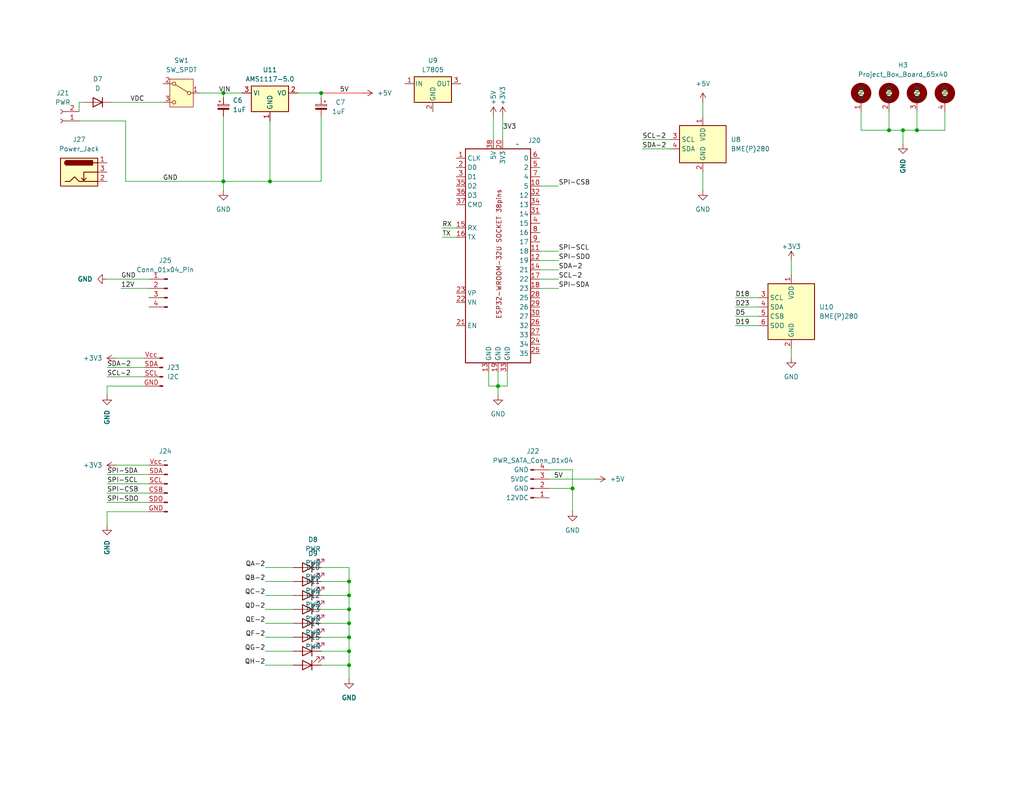
<source format=kicad_sch>
(kicad_sch (version 20231120) (generator "eeschema") (generator_version "8.0")
  (paper "USLetter")
  (title_block (title "ESP32 Sensor Node") (date "2024-07-03") (rev "v2.0") (comment 1 "ESP32-WROOM-32U DevKit"))
  (lib_symbols
    (symbol "+3V3_2" (power) (pin_numbers hide) (pin_names (offset 0) hide)
      (property "Value" "+3V3" (at 0 3.556 0))
      (symbol "+3V3_2_0_1"
        (polyline (pts (xy -0.762 1.27) (xy 0 2.54)))
        (polyline (pts (xy 0 0) (xy 0 2.54)))
        (polyline (pts (xy 0 2.54) (xy 0.762 1.27)))
      )
      (symbol "+3V3_2_1_1"
        (pin power_in line (at 0 0 90) (length 0) (name "~") (number "1"))
      )
    )
    (symbol "+5V_2" (power) (pin_numbers hide) (pin_names (offset 0) hide)
      (property "Value" "+5V" (at 0 3.556 0))
      (symbol "+5V_2_0_1"
        (polyline (pts (xy -0.762 1.27) (xy 0 2.54)))
        (polyline (pts (xy 0 0) (xy 0 2.54)))
        (polyline (pts (xy 0 2.54) (xy 0.762 1.27)))
      )
      (symbol "+5V_2_1_1"
        (pin power_in line (at 0 0 90) (length 0) (name "~") (number "1"))
      )
    )
    (symbol "Alexander Symbol Library:BME(P)280"
      (property "Reference" "U" (at -7.62 10.16 0))
      (property "Value" "BME(P)280" (at 5.08 10.16 0))
      (symbol "BME(P)280_0_1"
        (rectangle (start -7.62 7.62) (end 5.08 -2.54) (stroke (width 0.254)) (fill (type background)))
      )
      (symbol "BME(P)280_1_1"
        (pin power_in line (at -1.27 10.16 270) (length 2.54) (name "VDD") (number "1"))
        (pin power_out line (at -1.27 -5.08 90) (length 2.54) (name "GND") (number "2"))
        (pin input line (at -10.16 3.81 0) (length 2.54) (name "SCL") (number "3"))
        (pin bidirectional line (at -10.16 1.27 0) (length 2.54) (name "SDA") (number "4"))
      )
    )
    (symbol "Alexander Symbol Library:ESP32-WROOM-32U-38pins"
      (property "Reference" "J20" (at 13.6241 62.23 0))
      (property "Value" "~" (at 13.6241 59.69 0))
      (symbol "ESP32-WROOM-32U-38pins_0_1"
        (rectangle (start 0 58.42) (end 17.78 0) (stroke (width 0.254)))
      )
      (symbol "ESP32-WROOM-32U-38pins_1_1"
        (text "ESP32-WROOM-32U SOCKET 38pins" (at 9.144 29.718 900) (effects (font (size 1.27 1.27))))
        (pin input line (at -2.54 55.88 0) (length 2.54) (name "CLK") (number "1"))
        (pin bidirectional line (at 20.32 48.26 180) (length 2.54) (name "5") (number "10"))
        (pin bidirectional line (at 20.32 30.48 180) (length 2.54) (name "18") (number "11"))
        (pin bidirectional line (at 20.32 27.94 180) (length 2.54) (name "19") (number "12"))
        (pin power_out line (at 6.35 -2.54 90) (length 2.54) (name "GND") (number "13"))
        (pin bidirectional line (at 20.32 25.4 180) (length 2.54) (name "21") (number "14"))
        (pin bidirectional line (at -2.54 36.83 0) (length 2.54) (name "RX") (number "15"))
        (pin bidirectional line (at -2.54 34.29 0) (length 2.54) (name "TX") (number "16"))
        (pin bidirectional line (at 20.32 22.86 180) (length 2.54) (name "22") (number "17"))
        (pin bidirectional line (at 20.32 20.32 180) (length 2.54) (name "23") (number "18"))
        (pin power_out line (at 8.89 -2.54 90) (length 2.54) (name "GND") (number "19"))
        (pin bidirectional line (at -2.54 53.34 0) (length 2.54) (name "D0") (number "2"))
        (pin power_in line (at 10.16 60.96 270) (length 2.54) (name "3V3") (number "20"))
        (pin bidirectional line (at -2.54 10.16 0) (length 2.54) (name "EN") (number "21"))
        (pin bidirectional line (at -2.54 16.51 0) (length 2.54) (name "VN") (number "22"))
        (pin bidirectional line (at -2.54 19.05 0) (length 2.54) (name "VP") (number "23"))
        (pin bidirectional line (at 20.32 5.08 180) (length 2.54) (name "34") (number "24"))
        (pin bidirectional line (at 20.32 2.54 180) (length 2.54) (name "35") (number "25"))
        (pin bidirectional line (at 20.32 10.16 180) (length 2.54) (name "32") (number "26"))
        (pin bidirectional line (at 20.32 7.62 180) (length 2.54) (name "33") (number "27"))
        (pin bidirectional line (at 20.32 17.78 180) (length 2.54) (name "25") (number "28"))
        (pin bidirectional line (at 20.32 15.24 180) (length 2.54) (name "26") (number "29"))
        (pin bidirectional line (at -2.54 50.8 0) (length 2.54) (name "D1") (number "3"))
        (pin bidirectional line (at 20.32 12.7 180) (length 2.54) (name "27") (number "30"))
        (pin bidirectional line (at 20.32 40.64 180) (length 2.54) (name "14") (number "31"))
        (pin bidirectional line (at 20.32 45.72 180) (length 2.54) (name "12") (number "32"))
        (pin power_out line (at 11.43 -2.54 90) (length 2.54) (name "GND") (number "33"))
        (pin bidirectional line (at 20.32 43.18 180) (length 2.54) (name "13") (number "34"))
        (pin bidirectional line (at -2.54 48.26 0) (length 2.54) (name "D2") (number "35"))
        (pin bidirectional line (at -2.54 45.72 0) (length 2.54) (name "D3") (number "36"))
        (pin bidirectional line (at -2.54 43.18 0) (length 2.54) (name "CMD") (number "37"))
        (pin power_in line (at 7.62 60.96 270) (length 2.54) (name "5V") (number "38"))
        (pin bidirectional line (at 20.32 38.1 180) (length 2.54) (name "15") (number "4"))
        (pin bidirectional line (at 20.32 53.34 180) (length 2.54) (name "2") (number "5"))
        (pin bidirectional line (at 20.32 55.88 180) (length 2.54) (name "0") (number "6"))
        (pin bidirectional line (at 20.32 50.8 180) (length 2.54) (name "4") (number "7"))
        (pin bidirectional line (at 20.32 35.56 180) (length 2.54) (name "16") (number "8"))
        (pin bidirectional line (at 20.32 33.02 180) (length 2.54) (name "17") (number "9"))
      )
    )
    (symbol "Alexander_Library_Symbols:BME(P)280"
      (property "Reference" "U" (at -7.62 10.16 0))
      (property "Value" "BME(P)280" (at 5.08 10.16 0))
      (symbol "BME(P)280_0_1"
        (rectangle (start -7.62 7.62) (end 5.08 -7.62) (stroke (width 0.254)) (fill (type background)))
      )
      (symbol "BME(P)280_1_1"
        (pin power_in line (at -1.27 10.16 270) (length 2.54) (name "VDD") (number "1"))
        (pin power_out line (at -1.27 -10.16 90) (length 2.54) (name "GND") (number "2"))
        (pin input line (at -10.16 3.81 0) (length 2.54) (name "SCL") (number "3"))
        (pin bidirectional line (at -10.16 1.27 0) (length 2.54) (name "SDA") (number "4"))
        (pin input line (at -10.16 -1.27 0) (length 2.54) (name "CSB") (number "5"))
        (pin input line (at -10.16 -3.81 0) (length 2.54) (name "SDO") (number "6"))
      )
    )
    (symbol "Alexander_Library_Symbols:Conn_I2C_01x04" (pin_names (offset 1.016) hide)
      (property "Reference" "J" (at 0 5.08 0))
      (property "Value" "I2C" (at 0 -7.62 0))
      (symbol "Conn_I2C_01x04_1_1"
        (polyline (pts (xy 1.27 -5.08) (xy 0.8636 -5.08)) (stroke (width 0.1524)))
        (polyline (pts (xy 1.27 -2.54) (xy 0.8636 -2.54)) (stroke (width 0.1524)))
        (polyline (pts (xy 1.27 0) (xy 0.8636 0)) (stroke (width 0.1524)))
        (polyline (pts (xy 1.27 2.54) (xy 0.8636 2.54)) (stroke (width 0.1524)))
        (rectangle (start 0.8636 -4.953) (end 0 -5.207) (stroke (width 0.1524)) (fill (type outline)))
        (rectangle (start 0.8636 -2.413) (end 0 -2.667) (stroke (width 0.1524)) (fill (type outline)))
        (rectangle (start 0.8636 0.127) (end 0 -0.127) (stroke (width 0.1524)) (fill (type outline)))
        (rectangle (start 0.8636 2.667) (end 0 2.413) (stroke (width 0.1524)) (fill (type outline)))
        (pin power_out line (at 5.08 -5.08 180) (length 3.81) (name "GND") (number "GND"))
        (pin bidirectional line (at 5.08 -2.54 180) (length 3.81) (name "SCL") (number "SCL"))
        (pin bidirectional line (at 5.08 0 180) (length 3.81) (name "SDA") (number "SDA"))
        (pin power_in line (at 5.08 2.54 180) (length 3.81) (name "VCC") (number "Vcc"))
      )
    )
    (symbol "Alexander_Library_Symbols:PWR_SATA_Conn_01x04" (pin_names (offset 1.778)) (exclude_from_sim yes)
      (property "Reference" "J" (at 0 -7.62 0))
      (property "Value" "PWR_SATA_Conn_01x04" (at 0 5.08 0))
      (symbol "PWR_SATA_Conn_01x04_1_1"
        (rectangle (start 0 -4.953) (end 0.8636 -5.207) (stroke (width 0.1524)) (fill (type outline)))
        (rectangle (start 0 -2.413) (end 0.8636 -2.667) (stroke (width 0.1524)) (fill (type outline)))
        (polyline (pts (xy 1.27 -5.08) (xy 0.8636 -5.08)) (stroke (width 0.1524)))
        (polyline (pts (xy 1.27 -2.54) (xy 0.8636 -2.54)) (stroke (width 0.1524)))
        (polyline (pts (xy 1.27 0) (xy 0.8636 0)) (stroke (width 0.1524)))
        (polyline (pts (xy 1.27 2.54) (xy 0.8636 2.54)) (stroke (width 0.1524)))
        (rectangle (start 0 0.127) (end 0.8636 -0.127) (stroke (width 0.1524)) (fill (type outline)))
        (rectangle (start 0 2.667) (end 0.8636 2.413) (stroke (width 0.1524)) (fill (type outline)))
        (pin passive line (at 5.08 -5.08 180) (length 3.81) (name "12VDC") (number "1"))
        (pin passive line (at 5.08 -2.54 180) (length 3.81) (name "GND") (number "2"))
        (pin passive line (at 5.08 0 180) (length 3.81) (name "5VDC") (number "3"))
        (pin passive line (at 5.08 2.54 180) (length 3.81) (name "GND") (number "4"))
      )
    )
    (symbol "Alexander_Library_Symbols:Project_Box_Board_65x40"
      (property "Reference" "H" (at 0 7.62 0))
      (property "Value" "Project_Box_Board_65x40" (at 0 5.08 0))
      (symbol "Project_Box_Board_65x40_0_1"
        (circle (center -11.43 -1.27) (radius 1.27) (fill (type background)))
        (circle (center -11.43 -1.27) (radius 1.7961) (stroke (width 2)))
        (circle (center -3.81 -1.27) (radius 1.27) (fill (type background)))
        (circle (center -3.81 -1.27) (radius 1.7961) (stroke (width 2)))
        (circle (center 3.81 -1.27) (radius 1.27) (fill (type background)))
        (circle (center 3.81 -1.27) (radius 1.7961) (stroke (width 2)))
        (circle (center 11.43 -1.27) (radius 1.27) (fill (type background)))
        (circle (center 11.43 -1.27) (radius 1.7961) (stroke (width 2)))
      )
      (symbol "Project_Box_Board_65x40_1_1"
        (pin passive line (at -11.43 -6.35 90) (length 2.54) (name "GND") (number "1"))
        (pin passive line (at -3.81 -6.35 90) (length 2.54) (name "GND") (number "2"))
        (pin passive line (at 3.81 -6.35 90) (length 2.54) (name "GND") (number "3"))
        (pin passive line (at 11.43 -6.35 90) (length 2.54) (name "GND") (number "4"))
      )
    )
    (symbol "Alexander_Library_Symbols:SW_SPDT" (pin_names (offset 0) hide)
      (property "Reference" "SW" (at 0 5.08 0))
      (property "Value" "SW_SPDT" (at 0 -5.08 0))
      (symbol "SW_SPDT_0_1"
        (circle (center -2.032 0) (radius 0.4572))
        (polyline (pts (xy -1.651 0.254) (xy 1.651 2.286)))
        (circle (center 2.032 -2.54) (radius 0.4572))
        (circle (center 2.032 2.54) (radius 0.4572))
      )
      (symbol "SW_SPDT_1_1"
        (rectangle (start -3.175 3.81) (end 3.175 -3.81) (fill (type background)))
        (pin passive line (at -5.08 0 0) (length 2.54) (name "COM") (number "1"))
        (pin passive line (at 5.08 2.54 180) (length 2.54) (name "A") (number "2"))
        (pin passive line (at 5.08 -2.54 180) (length 2.54) (name "B") (number "3"))
      )
    )
    (symbol "Conn_01x04_Pin_1" (pin_names (offset 1.016) hide)
      (property "Reference" "J" (at 0 5.08 0))
      (property "Value" "Conn_01x04_Pin" (at 0 -7.62 0))
      (symbol "Conn_01x04_Pin_1_1_1"
        (polyline (pts (xy 1.27 -5.08) (xy 0.8636 -5.08)) (stroke (width 0.1524)))
        (polyline (pts (xy 1.27 -2.54) (xy 0.8636 -2.54)) (stroke (width 0.1524)))
        (polyline (pts (xy 1.27 0) (xy 0.8636 0)) (stroke (width 0.1524)))
        (polyline (pts (xy 1.27 2.54) (xy 0.8636 2.54)) (stroke (width 0.1524)))
        (rectangle (start 0.8636 -4.953) (end 0 -5.207) (stroke (width 0.1524)) (fill (type outline)))
        (rectangle (start 0.8636 -2.413) (end 0 -2.667) (stroke (width 0.1524)) (fill (type outline)))
        (rectangle (start 0.8636 0.127) (end 0 -0.127) (stroke (width 0.1524)) (fill (type outline)))
        (rectangle (start 0.8636 2.667) (end 0 2.413) (stroke (width 0.1524)) (fill (type outline)))
        (pin passive line (at 5.08 2.54 180) (length 3.81) (name "Pin_1") (number "1"))
        (pin passive line (at 5.08 0 180) (length 3.81) (name "Pin_2") (number "2"))
        (pin passive line (at 5.08 -2.54 180) (length 3.81) (name "Pin_3") (number "3"))
        (pin passive line (at 5.08 -5.08 180) (length 3.81) (name "Pin_4") (number "4"))
      )
    )
    (symbol "Conn_SPI_1" (pin_names hide)
      (property "Reference" "J" (at 0 0 0))
      (symbol "Conn_SPI_1_1_1"
        (polyline (pts (xy 1.27 5.08) (xy 0.8636 5.08)) (stroke (width 0.1524)))
        (polyline (pts (xy 1.27 7.62) (xy 0.8636 7.62)) (stroke (width 0.1524)))
        (polyline (pts (xy 1.27 10.16) (xy 0.8636 10.16)) (stroke (width 0.1524)))
        (polyline (pts (xy 1.27 12.7) (xy 0.8636 12.7)) (stroke (width 0.1524)))
        (polyline (pts (xy 1.27 15.24) (xy 0.8636 15.24)) (stroke (width 0.1524)))
        (polyline (pts (xy 1.27 17.78) (xy 0.8636 17.78)) (stroke (width 0.1524)))
        (rectangle (start 0 10.287) (end 0.8636 10.033) (stroke (width 0.1524)) (fill (type outline)))
        (rectangle (start 0 12.827) (end 0.8636 12.573) (stroke (width 0.1524)) (fill (type outline)))
        (rectangle (start 0.8636 5.207) (end 0 4.953) (stroke (width 0.1524)) (fill (type outline)))
        (rectangle (start 0.8636 7.747) (end 0 7.493) (stroke (width 0.1524)) (fill (type outline)))
        (rectangle (start 0.8636 15.367) (end 0 15.113) (stroke (width 0.1524)) (fill (type outline)))
        (rectangle (start 0.8636 17.907) (end 0 17.653) (stroke (width 0.1524)) (fill (type outline)))
        (pin bidirectional line (at 5.08 10.16 180) (length 3.81) (name "CSB") (number "CSB"))
        (pin power_out line (at 5.08 5.08 180) (length 3.81) (name "GND") (number "GND"))
        (pin bidirectional line (at 5.08 12.7 180) (length 3.81) (name "SCL") (number "SCL"))
        (pin bidirectional line (at 5.08 15.24 180) (length 3.81) (name "SDA") (number "SDA"))
        (pin bidirectional line (at 5.08 7.62 180) (length 3.81) (name "SDO") (number "SDO"))
        (pin power_in line (at 5.08 17.78 180) (length 3.81) (name "VCC") (number "Vcc"))
      )
    )
    (symbol "Connector:Barrel_Jack_Switch" (pin_names hide)
      (property "Reference" "J" (at 0 5.334 0))
      (property "Value" "Barrel_Jack_Switch" (at 0 -5.08 0))
      (symbol "Barrel_Jack_Switch_0_1"
        (rectangle (start -5.08 3.81) (end 5.08 -3.81) (stroke (width 0.254)) (fill (type background)))
        (arc (start -3.302 3.175) (mid -3.9343 2.54) (end -3.302 1.905) (stroke (width 0.254)))
        (arc (start -3.302 3.175) (mid -3.9343 2.54) (end -3.302 1.905) (stroke (width 0.254)) (fill (type outline)))
        (polyline (pts (xy 1.27 -2.286) (xy 1.905 -1.651)) (stroke (width 0.254)))
        (polyline (pts (xy 5.08 2.54) (xy 3.81 2.54)) (stroke (width 0.254)))
        (polyline (pts (xy 5.08 0) (xy 1.27 0) (xy 1.27 -2.286) (xy 0.635 -1.651)) (stroke (width 0.254)))
        (polyline (pts (xy -3.81 -2.54) (xy -2.54 -2.54) (xy -1.27 -1.27) (xy 0 -2.54) (xy 2.54 -2.54) (xy 5.08 -2.54)) (stroke (width 0.254)))
        (rectangle (start 3.683 3.175) (end -3.302 1.905) (stroke (width 0.254)) (fill (type outline)))
      )
      (symbol "Barrel_Jack_Switch_1_1"
        (pin passive line (at 7.62 2.54 180) (length 2.54) (name "~") (number "1"))
        (pin passive line (at 7.62 -2.54 180) (length 2.54) (name "~") (number "2"))
        (pin passive line (at 7.62 0 180) (length 2.54) (name "~") (number "3"))
      )
    )
    (symbol "Connector:Conn_01x02_Socket" (pin_names (offset 1.016) hide)
      (property "Reference" "J" (at 0 2.54 0))
      (property "Value" "Conn_01x02_Socket" (at 0 -5.08 0))
      (symbol "Conn_01x02_Socket_1_1"
        (arc (start 0 -2.032) (mid -0.5058 -2.54) (end 0 -3.048) (stroke (width 0.1524)))
        (polyline (pts (xy -1.27 -2.54) (xy -0.508 -2.54)) (stroke (width 0.1524)))
        (polyline (pts (xy -1.27 0) (xy -0.508 0)) (stroke (width 0.1524)))
        (arc (start 0 0.508) (mid -0.5058 0) (end 0 -0.508) (stroke (width 0.1524)))
        (pin passive line (at -5.08 0 0) (length 3.81) (name "Pin_1") (number "1"))
        (pin passive line (at -5.08 -2.54 0) (length 3.81) (name "Pin_2") (number "2"))
      )
    )
    (symbol "Device:C_Polarized_Small" (pin_numbers hide) (pin_names (offset 0.254) hide)
      (property "Reference" "C" (at 0.254 1.778 0))
      (property "Value" "C_Polarized_Small" (at 0.254 -2.032 0))
      (symbol "C_Polarized_Small_0_1"
        (rectangle (start -1.524 -0.3048) (end 1.524 -0.6858) (fill (type outline)))
        (rectangle (start -1.524 0.6858) (end 1.524 0.3048))
        (polyline (pts (xy -1.27 1.524) (xy -0.762 1.524)))
        (polyline (pts (xy -1.016 1.27) (xy -1.016 1.778)))
      )
      (symbol "C_Polarized_Small_1_1"
        (pin passive line (at 0 2.54 270) (length 1.8542) (name "~") (number "1"))
        (pin passive line (at 0 -2.54 90) (length 1.8542) (name "~") (number "2"))
      )
    )
    (symbol "Device:D" (pin_numbers hide) (pin_names (offset 1.016) hide)
      (property "Reference" "D" (at 0 2.54 0))
      (property "Value" "D" (at 0 -2.54 0))
      (symbol "D_0_1"
        (polyline (pts (xy -1.27 1.27) (xy -1.27 -1.27)) (stroke (width 0.254)))
        (polyline (pts (xy 1.27 0) (xy -1.27 0)))
        (polyline (pts (xy 1.27 1.27) (xy 1.27 -1.27) (xy -1.27 0) (xy 1.27 1.27)) (stroke (width 0.254)))
      )
      (symbol "D_1_1"
        (pin passive line (at -3.81 0 0) (length 2.54) (name "K") (number "1"))
        (pin passive line (at 3.81 0 180) (length 2.54) (name "A") (number "2"))
      )
    )
    (symbol "Device:LED" (pin_numbers hide) (pin_names (offset 1.016) hide)
      (property "Reference" "D" (at 0 2.54 0))
      (property "Value" "LED" (at 0 -2.54 0))
      (symbol "LED_0_1"
        (polyline (pts (xy -1.27 -1.27) (xy -1.27 1.27)) (stroke (width 0.254)))
        (polyline (pts (xy -1.27 0) (xy 1.27 0)))
        (polyline (pts (xy 1.27 -1.27) (xy 1.27 1.27) (xy -1.27 0) (xy 1.27 -1.27)) (stroke (width 0.254)))
        (polyline (pts (xy -3.048 -0.762) (xy -4.572 -2.286) (xy -3.81 -2.286) (xy -4.572 -2.286) (xy -4.572 -1.524)))
        (polyline (pts (xy -1.778 -0.762) (xy -3.302 -2.286) (xy -2.54 -2.286) (xy -3.302 -2.286) (xy -3.302 -1.524)))
      )
      (symbol "LED_1_1"
        (pin passive line (at -3.81 0 0) (length 2.54) (name "K") (number "1"))
        (pin passive line (at 3.81 0 180) (length 2.54) (name "A") (number "2"))
      )
    )
    (symbol "GND_4" (power) (pin_numbers hide) (pin_names (offset 0) hide)
      (property "Value" "GND" (at 0 -3.81 0))
      (symbol "GND_4_0_1"
        (polyline (pts (xy 0 0) (xy 0 -1.27) (xy 1.27 -1.27) (xy 0 -2.54) (xy -1.27 -1.27) (xy 0 -1.27)))
      )
      (symbol "GND_4_1_1"
        (pin power_in line (at 0 0 270) (length 0) (name "~") (number "1"))
      )
    )
    (symbol "GND_7" (power) (pin_numbers hide) (pin_names (offset 0) hide)
      (property "Value" "GND" (at 0 -3.81 0))
      (symbol "GND_7_0_1"
        (polyline (pts (xy 0 0) (xy 0 -1.27) (xy 1.27 -1.27) (xy 0 -2.54) (xy -1.27 -1.27) (xy 0 -1.27)))
      )
      (symbol "GND_7_1_1"
        (pin power_in line (at 0 0 270) (length 0) (name "~") (number "1"))
      )
    )
    (symbol "Regulator_Linear:AMS1117-5.0"
      (property "Reference" "U" (at -3.81 3.175 0))
      (property "Value" "AMS1117-5.0" (at 0 3.175 0))
      (symbol "AMS1117-5.0_0_1"
        (rectangle (start -5.08 -5.08) (end 5.08 1.905) (stroke (width 0.254)) (fill (type background)))
      )
      (symbol "AMS1117-5.0_1_1"
        (pin power_in line (at 0 -7.62 90) (length 2.54) (name "GND") (number "1"))
        (pin power_out line (at 7.62 0 180) (length 2.54) (name "VO") (number "2"))
        (pin power_in line (at -7.62 0 0) (length 2.54) (name "VI") (number "3"))
      )
    )
    (symbol "Regulator_Linear:L7805" (pin_names (offset 0.254))
      (property "Reference" "U4" (at 0 6.35 0))
      (property "Value" "L7805" (at 0 3.81 0))
      (symbol "L7805_0_1"
        (rectangle (start -5.08 1.905) (end 5.08 -5.08) (stroke (width 0.254)) (fill (type background)))
      )
      (symbol "L7805_1_1"
        (pin power_in line (at -7.62 0 0) (length 2.54) (name "IN") (number "1"))
        (pin power_in line (at 0 -7.62 90) (length 2.54) (name "GND") (number "2"))
        (pin power_out line (at 7.62 0 180) (length 2.54) (name "OUT") (number "3"))
      )
    )
    (symbol "power:+3V3" (power) (pin_names (offset 0))
      (property "Value" "+3V3" (at 0 3.556 0))
      (symbol "+3V3_0_1"
        (polyline (pts (xy -0.762 1.27) (xy 0 2.54)))
        (polyline (pts (xy 0 0) (xy 0 2.54)))
        (polyline (pts (xy 0 2.54) (xy 0.762 1.27)))
      )
      (symbol "+3V3_1_1"
        (pin power_in line (at 0 0 90) (length 0) hide (name "+3V3") (number "1"))
      )
    )
    (symbol "power:GND" (power) (pin_names (offset 0))
      (property "Value" "GND" (at 0 -3.81 0))
      (symbol "GND_0_1"
        (polyline (pts (xy 0 0) (xy 0 -1.27) (xy 1.27 -1.27) (xy 0 -2.54) (xy -1.27 -1.27) (xy 0 -1.27)))
      )
      (symbol "GND_1_1"
        (pin power_in line (at 0 0 270) (length 0) hide (name "GND") (number "1"))
      )
    )
  )
  (junction (at 95.25 158.75))
  (junction (at 95.25 166.37))
  (junction (at 242.57 35.56))
  (junction (at 95.25 162.56))
  (junction (at 87.63 25.4))
  (junction (at 95.25 177.8))
  (junction (at 250.19 35.56))
  (junction (at 135.89 105.41))
  (junction (at 156.21 133.35))
  (junction (at 95.25 173.99))
  (junction (at 95.25 181.61))
  (junction (at 95.25 170.18))
  (junction (at 60.96 49.53))
  (junction (at 73.66 49.53))
  (junction (at 246.38 35.56))
  (junction (at 60.96 25.4))
  (wire (pts (xy 29.21 134.62) (xy 40.64 134.62)))
  (wire (pts (xy 147.32 68.58) (xy 152.4 68.58)))
  (wire (pts (xy 95.25 181.61) (xy 95.25 185.42)))
  (wire (pts (xy 147.32 78.74) (xy 152.4 78.74)))
  (wire (pts (xy 87.63 166.37) (xy 95.25 166.37)))
  (wire (pts (xy 95.25 173.99) (xy 95.25 177.8)))
  (wire (pts (xy 73.66 49.53) (xy 73.66 33.02)))
  (wire (pts (xy 200.66 83.82) (xy 207.01 83.82)))
  (wire (pts (xy 60.96 25.4) (xy 66.04 25.4)))
  (wire (pts (xy 95.25 154.94) (xy 95.25 158.75)))
  (wire (pts (xy 246.38 39.37) (xy 246.38 35.56)))
  (wire (pts (xy 29.21 76.2) (xy 40.64 76.2)))
  (wire (pts (xy 134.62 31.75) (xy 134.62 38.1)))
  (wire (pts (xy 257.81 35.56) (xy 250.19 35.56)))
  (wire (pts (xy 147.32 50.8) (xy 152.4 50.8)))
  (wire (pts (xy 72.39 166.37) (xy 80.01 166.37)))
  (wire (pts (xy 133.35 105.41) (xy 135.89 105.41)))
  (wire (pts (xy 120.65 64.77) (xy 124.46 64.77)))
  (wire (pts (xy 147.32 76.2) (xy 152.4 76.2)))
  (wire (pts (xy 87.63 49.53) (xy 73.66 49.53)))
  (wire (pts (xy 257.81 30.48) (xy 257.81 35.56)))
  (wire (pts (xy 29.21 137.16) (xy 40.64 137.16)))
  (wire (pts (xy 72.39 181.61) (xy 80.01 181.61)))
  (wire (pts (xy 147.32 73.66) (xy 152.4 73.66)))
  (wire (pts (xy 191.77 46.99) (xy 191.77 52.07)))
  (wire (pts (xy 34.29 33.02) (xy 34.29 49.53)))
  (wire (pts (xy 135.89 105.41) (xy 135.89 107.95)))
  (wire (pts (xy 87.63 181.61) (xy 95.25 181.61)))
  (wire (pts (xy 60.96 52.07) (xy 60.96 49.53)))
  (wire (pts (xy 60.96 26.67) (xy 60.96 25.4)))
  (wire (pts (xy 72.39 158.75) (xy 80.01 158.75)))
  (wire (pts (xy 95.25 177.8) (xy 95.25 181.61)))
  (wire (pts (xy 215.9 95.25) (xy 215.9 97.79)))
  (wire (pts (xy 137.16 31.75) (xy 137.16 38.1)))
  (wire (pts (xy 133.35 101.6) (xy 133.35 105.41)))
  (wire (pts (xy 156.21 128.27) (xy 156.21 133.35)))
  (wire (pts (xy 29.21 100.33) (xy 39.37 100.33)))
  (wire (pts (xy 72.39 173.99) (xy 80.01 173.99)))
  (wire (pts (xy 87.63 177.8) (xy 95.25 177.8)))
  (wire (pts (xy 87.63 158.75) (xy 95.25 158.75)))
  (wire (pts (xy 175.26 40.64) (xy 182.88 40.64)))
  (wire (pts (xy 156.21 133.35) (xy 156.21 139.7)))
  (wire (pts (xy 200.66 88.9) (xy 207.01 88.9)))
  (wire (pts (xy 149.86 130.81) (xy 162.56 130.81)))
  (wire (pts (xy 138.43 105.41) (xy 135.89 105.41)))
  (wire (pts (xy 29.21 107.95) (xy 29.21 105.41)))
  (wire (pts (xy 21.59 30.48) (xy 21.59 27.94)))
  (wire (pts (xy 21.59 33.02) (xy 34.29 33.02)))
  (wire (pts (xy 81.28 25.4) (xy 87.63 25.4)))
  (wire (pts (xy 87.63 25.4) (xy 87.63 26.67)))
  (wire (pts (xy 242.57 30.48) (xy 242.57 35.56)))
  (wire (pts (xy 87.63 31.75) (xy 87.63 49.53)))
  (wire (pts (xy 60.96 49.53) (xy 73.66 49.53)))
  (wire (pts (xy 87.63 25.4) (xy 99.06 25.4)) (stroke (width 0) (color 255 0 0 1)))
  (wire (pts (xy 149.86 133.35) (xy 156.21 133.35)))
  (wire (pts (xy 95.25 166.37) (xy 95.25 170.18)))
  (wire (pts (xy 29.21 139.7) (xy 40.64 139.7)))
  (wire (pts (xy 31.75 97.79) (xy 39.37 97.79)))
  (wire (pts (xy 120.65 62.23) (xy 124.46 62.23)))
  (wire (pts (xy 215.9 71.12) (xy 215.9 74.93)))
  (wire (pts (xy 138.43 101.6) (xy 138.43 105.41)))
  (wire (pts (xy 72.39 162.56) (xy 80.01 162.56)))
  (wire (pts (xy 34.29 49.53) (xy 60.96 49.53)))
  (wire (pts (xy 191.77 27.94) (xy 191.77 31.75)))
  (wire (pts (xy 54.61 25.4) (xy 60.96 25.4)))
  (wire (pts (xy 30.48 27.94) (xy 44.45 27.94)))
  (wire (pts (xy 147.32 71.12) (xy 152.4 71.12)))
  (wire (pts (xy 149.86 128.27) (xy 156.21 128.27)))
  (wire (pts (xy 250.19 35.56) (xy 246.38 35.56)))
  (wire (pts (xy 135.89 101.6) (xy 135.89 105.41)))
  (wire (pts (xy 31.75 127) (xy 40.64 127)))
  (wire (pts (xy 72.39 177.8) (xy 80.01 177.8)))
  (wire (pts (xy 60.96 31.75) (xy 60.96 49.53)))
  (wire (pts (xy 80.01 154.94) (xy 72.39 154.94)))
  (wire (pts (xy 95.25 170.18) (xy 95.25 173.99)))
  (wire (pts (xy 95.25 158.75) (xy 95.25 162.56)))
  (wire (pts (xy 200.66 86.36) (xy 207.01 86.36)))
  (wire (pts (xy 21.59 27.94) (xy 22.86 27.94)))
  (wire (pts (xy 200.66 81.28) (xy 207.01 81.28)))
  (wire (pts (xy 29.21 143.51) (xy 29.21 139.7)))
  (wire (pts (xy 242.57 35.56) (xy 246.38 35.56)))
  (wire (pts (xy 72.39 170.18) (xy 80.01 170.18)))
  (wire (pts (xy 175.26 38.1) (xy 182.88 38.1)))
  (wire (pts (xy 234.95 30.48) (xy 234.95 35.56)))
  (wire (pts (xy 95.25 162.56) (xy 95.25 166.37)))
  (wire (pts (xy 87.63 162.56) (xy 95.25 162.56)))
  (wire (pts (xy 250.19 30.48) (xy 250.19 35.56)))
  (wire (pts (xy 87.63 173.99) (xy 95.25 173.99)))
  (wire (pts (xy 29.21 105.41) (xy 39.37 105.41)))
  (wire (pts (xy 87.63 154.94) (xy 95.25 154.94)))
  (wire (pts (xy 29.21 132.08) (xy 40.64 132.08)))
  (wire (pts (xy 33.02 78.74) (xy 40.64 78.74)))
  (wire (pts (xy 29.21 129.54) (xy 40.64 129.54)))
  (wire (pts (xy 29.21 102.87) (xy 39.37 102.87)))
  (wire (pts (xy 87.63 170.18) (xy 95.25 170.18)))
  (wire (pts (xy 234.95 35.56) (xy 242.57 35.56)))
  (label "SDA-2" (at 175.26 40.64 0))
  (label "SPI-SCL" (at 29.21 132.08 0))
  (label "5V" (at 92.71 25.4 0))
  (label "GND" (at 44.45 49.53 0))
  (label "QG-2" (at 72.39 177.8 180))
  (label "QA-2" (at 72.39 154.94 180))
  (label "SPI-CSB" (at 152.4 50.8 0))
  (label "QH-2" (at 72.39 181.61 180))
  (label "3V3" (at 137.16 35.56 0))
  (label "SCL-2" (at 152.4 76.2 0))
  (label "SPI-SDO" (at 152.4 71.12 0))
  (label "QF-2" (at 72.39 173.99 180))
  (label "VIN" (at 59.69 25.4 0))
  (label "QB-2" (at 72.39 158.75 180))
  (label "SPI-CSB" (at 29.21 134.62 0))
  (label "SPI-SDA" (at 152.4 78.74 0))
  (label "SPI-SDO" (at 29.21 137.16 0))
  (label "5V" (at 151.13 130.81 0))
  (label "SDA-2" (at 29.21 100.33 0))
  (label "D18" (at 200.66 81.28 0))
  (label "QD-2" (at 72.39 166.37 180))
  (label "D5" (at 200.66 86.36 0))
  (label "SCL-2" (at 29.21 102.87 0))
  (label "SDA-2" (at 152.4 73.66 0))
  (label "D23" (at 200.66 83.82 0))
  (label "SCL-2" (at 175.26 38.1 0))
  (label "GND" (at 33.02 76.2 0))
  (label "RX" (at 120.65 62.23 0))
  (label "TX" (at 120.65 64.77 0))
  (label "QE-2" (at 72.39 170.18 180))
  (label "QC-2" (at 72.39 162.56 180))
  (label "D19" (at 200.66 88.9 0))
  (label "SPI-SDA" (at 29.21 129.54 0))
  (label "SPI-SCL" (at 152.4 68.58 0))
  (label "12V" (at 33.02 78.74 0))
  (label "VDC" (at 35.56 27.94 0))
  (symbol (lib_id "Device:LED") (at 83.82 170.18 180) (unit 1) (on_board no)
    (property "Reference" "D12" (at 85.4075 162.56 0))
    (property "Value" "PWR" (at 85.4075 165.1 0))
    (property "Footprint" "LED_SMD:LED_1210_3225Metric_Pad1.42x2.65mm_HandSolder" (effects (hide yes)))
    (property "Description" "Light emitting diode" (effects (hide yes)))
  )
  (symbol (lib_name "GND_4") (lib_id "power:GND") (at 95.25 185.42 0) (unit 1)
    (property "Reference" "#PWR040" (effects (hide yes)))
    (property "Value" "GND" (at 95.25 190.5 0) (effects (font (bold yes))))
    (property "Description" "Power symbol creates a global label with name \"GND\" , ground" (effects (hide yes)))
  )
  (symbol (lib_id "Device:LED") (at 83.82 181.61 180) (unit 1) (on_board no)
    (property "Reference" "D15" (at 85.4075 173.99 0))
    (property "Value" "PWR" (at 85.4075 176.53 0))
    (property "Footprint" "LED_SMD:LED_1210_3225Metric_Pad1.42x2.65mm_HandSolder" (effects (hide yes)))
    (property "Description" "Light emitting diode" (effects (hide yes)))
  )
  (symbol (lib_id "Alexander_Library_Symbols:Conn_I2C_01x04") (at 44.45 100.33 0) (mirror y) (unit 1)
    (property "Reference" "J23" (at 47.244 100.33 0))
    (property "Value" "I2C" (at 47.244 102.87 0))
    (property "Footprint" "Alexander Footprint Library:Conn_I2C" (effects (hide yes)))
  )
  (symbol (lib_id "Alexander Symbol Library:ESP32-WROOM-32U-38pins") (at 127 99.06 0) (unit 1)
    (property "Reference" "J20" (at 144.018 38.354 0) (effects (justify left)))
    (property "Value" "~" (at 140.6241 39.37 0) (effects (justify left)))
    (property "Footprint" "Alexander Footprint Library:Conn_ESP32_WROOM-DevKit-38pins" (effects (hide yes)))
    (property "Description" "Connector ESP32 WROOM 32D Module 38pins anthena" (effects (hide yes)))
  )
  (symbol (lib_id "Device:C_Polarized_Small") (at 60.96 29.21 0) (unit 1)
    (property "Reference" "C6" (at 63.5 27.3939 0) (effects (justify left)))
    (property "Value" "1uF" (at 63.5 29.9339 0) (effects (justify left)))
    (property "Footprint" "Capacitor_THT:CP_Radial_D4.0mm_P2.00mm" (effects (hide yes)))
  )
  (symbol (lib_id "Device:D") (at 26.67 27.94 180) (unit 1)
    (property "Reference" "D7" (at 26.67 21.59 0))
    (property "Value" "D" (at 26.67 24.13 0))
    (property "Footprint" "Diode_SMD:D_1210_3225Metric" (effects (hide yes)))
    (property "Description" "Diode" (effects (hide yes)))
    (property "Sim.Device" "D" (effects (hide yes)))
    (property "Sim.Pins" "1=K 2=A" (effects (hide yes)))
  )
  (symbol (lib_name "+5V_2") (lib_id "power:+5V") (at 99.06 25.4 270) (unit 1)
    (property "Reference" "#PWR039" (effects (hide yes)))
    (property "Value" "+5V" (at 102.87 25.3999 90) (effects (justify left)))
    (property "Description" "Power symbol creates a global label with name \"+5V\"" (effects (hide yes)))
  )
  (symbol (lib_id "Regulator_Linear:AMS1117-5.0") (at 73.66 25.4 0) (unit 1)
    (property "Reference" "U11" (at 73.66 19.05 0))
    (property "Value" "AMS1117-5.0" (at 73.66 21.59 0))
    (property "Footprint" "Package_TO_SOT_SMD:SOT-223-3_TabPin2" (effects (hide yes)))
    (property "Datasheet" "http://www.advanced-monolithic.com/pdf/ds1117.pdf" (effects (hide yes)))
    (property "Description" "1A Low Dropout regulator, positive, 5.0V fixed output, SOT-223" (effects (hide yes)))
  )
  (symbol (lib_name "+3V3_2") (lib_id "power:+3V3") (at 137.16 31.75 0) (unit 1)
    (property "Reference" "#PWR046" (effects (hide yes)))
    (property "Value" "+3V3" (at 137.16 26.162 90))
    (property "Description" "Power symbol creates a global label with name \"+3V3\"" (effects (hide yes)))
  )
  (symbol (lib_id "power:GND") (at 29.21 76.2 270) (unit 1)
    (property "Reference" "#PWR036" (effects (hide yes)))
    (property "Value" "GND" (at 25.4 76.2 90) (effects (font (bold yes)) (justify right)))
  )
  (symbol (lib_id "Device:LED") (at 83.82 177.8 180) (unit 1) (on_board no)
    (property "Reference" "D14" (at 85.4075 170.18 0))
    (property "Value" "PWR" (at 85.4075 172.72 0))
    (property "Footprint" "LED_SMD:LED_1210_3225Metric_Pad1.42x2.65mm_HandSolder" (effects (hide yes)))
    (property "Description" "Light emitting diode" (effects (hide yes)))
  )
  (symbol (lib_name "+5V_2") (lib_id "power:+5V") (at 162.56 130.81 270) (unit 1)
    (property "Reference" "#PWR034" (effects (hide yes)))
    (property "Value" "+5V" (at 166.37 130.8099 90) (effects (justify left)))
    (property "Description" "Power symbol creates a global label with name \"+5V\"" (effects (hide yes)))
  )
  (symbol (lib_name "+5V_2") (lib_id "power:+5V") (at 191.77 27.94 0) (unit 1)
    (property "Reference" "#PWR031" (effects (hide yes)))
    (property "Value" "+5V" (at 191.77 22.86 0))
    (property "Description" "Power symbol creates a global label with name \"+5V\"" (effects (hide yes)))
  )
  (symbol (lib_id "power:+3V3") (at 31.75 97.79 90) (unit 1)
    (property "Reference" "#PWR038" (effects (hide yes)))
    (property "Value" "+3V3" (at 27.94 97.79 90) (effects (justify left)))
  )
  (symbol (lib_id "power:GND") (at 246.38 39.37 0) (unit 1)
    (property "Reference" "#PWR045" (effects (hide yes)))
    (property "Value" "GND" (at 246.38 43.18 90) (effects (font (bold yes)) (justify right)))
  )
  (symbol (lib_id "Device:LED") (at 83.82 166.37 180) (unit 1) (on_board no)
    (property "Reference" "D11" (at 85.4075 158.75 0))
    (property "Value" "PWR" (at 85.4075 161.29 0))
    (property "Footprint" "LED_SMD:LED_1210_3225Metric_Pad1.42x2.65mm_HandSolder" (effects (hide yes)))
    (property "Description" "Light emitting diode" (effects (hide yes)))
  )
  (symbol (lib_id "power:GND") (at 29.21 107.95 0) (unit 1)
    (property "Reference" "#PWR037" (effects (hide yes)))
    (property "Value" "GND" (at 29.21 111.76 90) (effects (font (bold yes)) (justify right)))
  )
  (symbol (lib_id "Regulator_Linear:L7805") (at 118.11 22.86 0) (unit 1) (on_board no)
    (property "Reference" "U9" (at 118.11 16.51 0))
    (property "Value" "L7805" (at 118.11 19.05 0))
    (property "Footprint" "Alexander Footprint Library:LD1117" (effects (hide yes)))
    (property "Datasheet" "datasheets/Voltage-Regulator_L7805.pdf" (effects (hide yes)))
    (property "Description" "Voltage Regulator 1.5A Positive" (effects (hide yes)))
  )
  (symbol (lib_id "power:GND") (at 191.77 52.07 0) (unit 1)
    (property "Reference" "#PWR032" (effects (hide yes)))
    (property "Value" "GND" (at 191.77 57.15 0))
  )
  (symbol (lib_id "power:GND") (at 29.21 143.51 0) (unit 1)
    (property "Reference" "#PWR041" (effects (hide yes)))
    (property "Value" "GND" (at 29.21 147.32 90) (effects (font (bold yes)) (justify right)))
  )
  (symbol (lib_name "Conn_01x04_Pin_1") (lib_id "Connector:Conn_01x04_Pin") (at 45.72 78.74 0) (mirror y) (unit 1)
    (property "Reference" "J25" (at 45.085 71.12 0))
    (property "Value" "Conn_01x04_Pin" (at 45.085 73.66 0))
    (property "Footprint" "Connector:FanPinHeader_1x04_P2.54mm_Vertical" (effects (hide yes)))
    (property "Description" "Generic connector, single row, 01x04, script generated" (effects (hide yes)))
  )
  (symbol (lib_name "GND_7") (lib_id "power:GND") (at 60.96 52.07 0) (unit 1)
    (property "Reference" "#PWR035" (effects (hide yes)))
    (property "Value" "GND" (at 60.96 57.15 0))
    (property "Description" "Power symbol creates a global label with name \"GND\" , ground" (effects (hide yes)))
  )
  (symbol (lib_id "Connector:Barrel_Jack_Switch") (at 21.59 46.99 0) (unit 1) (on_board no)
    (property "Reference" "J27" (at 21.59 38.1 0))
    (property "Value" "Power_Jack" (at 21.59 40.64 0))
    (property "Footprint" "Connector_BarrelJack:BarrelJack_Horizontal" (effects (hide yes)))
    (property "Description" "DC Barrel Jack with an internal switch" (effects (hide yes)))
  )
  (symbol (lib_name "GND_7") (lib_id "power:GND") (at 156.21 139.7 0) (unit 1)
    (property "Reference" "#PWR033" (effects (hide yes)))
    (property "Value" "GND" (at 156.21 144.78 0))
    (property "Description" "Power symbol creates a global label with name \"GND\" , ground" (effects (hide yes)))
  )
  (symbol (lib_id "Device:LED") (at 83.82 158.75 180) (unit 1) (on_board no)
    (property "Reference" "D9" (at 85.4075 151.13 0))
    (property "Value" "PWR" (at 85.4075 153.67 0))
    (property "Footprint" "LED_SMD:LED_1210_3225Metric_Pad1.42x2.65mm_HandSolder" (effects (hide yes)))
    (property "Description" "Light emitting diode" (effects (hide yes)))
  )
  (symbol (lib_id "Device:LED") (at 83.82 162.56 180) (unit 1) (on_board no)
    (property "Reference" "D10" (at 85.4075 154.94 0))
    (property "Value" "PWR" (at 85.4075 157.48 0))
    (property "Footprint" "LED_SMD:LED_1210_3225Metric_Pad1.42x2.65mm_HandSolder" (effects (hide yes)))
    (property "Description" "Light emitting diode" (effects (hide yes)))
  )
  (symbol (lib_id "Connector:Conn_01x02_Socket") (at 16.51 33.02 180) (unit 1)
    (property "Reference" "J21" (at 17.145 25.4 0))
    (property "Value" "PWR" (at 17.145 27.94 0))
    (property "Footprint" "Alexander Footprint Library:PinSocket_1x02_P2.54" (effects (hide yes)))
  )
  (symbol (lib_id "Alexander_Library_Symbols:Project_Box_Board_65x40") (at 246.38 24.13 0) (unit 1)
    (property "Reference" "H3" (at 246.38 17.78 0))
    (property "Value" "Project_Box_Board_65x40" (at 246.38 20.32 0))
    (property "Footprint" "Alexander Footprint Library:Board_65-40" (effects (hide yes)))
    (property "Description" "3.2mm Diameter Mounting Holes Pads (M3)" (effects (hide yes)))
  )
  (symbol (lib_id "Alexander_Library_Symbols:SW_SPDT") (at 49.53 25.4 0) (mirror y) (unit 1)
    (property "Reference" "SW1" (at 49.53 16.51 0))
    (property "Value" "SW_SPDT" (at 49.53 19.05 0))
    (property "Footprint" "Alexander Footprint Library:SW_Slide-03_7.3x2.5x2.5_P2.54mm" (effects (hide yes)))
    (property "Description" "Switch, single pole double throw" (effects (hide yes)))
  )
  (symbol (lib_name "+5V_2") (lib_id "power:+5V") (at 134.62 31.75 0) (unit 1)
    (property "Reference" "#PWR029" (effects (hide yes)))
    (property "Value" "+5V" (at 134.62 26.67 90))
    (property "Description" "Power symbol creates a global label with name \"+5V\"" (effects (hide yes)))
  )
  (symbol (lib_id "Alexander_Library_Symbols:BME(P)280") (at 217.17 85.09 0) (unit 1) (on_board no)
    (property "Reference" "U10" (at 223.52 83.8199 0) (effects (justify left)))
    (property "Value" "BME(P)280" (at 223.52 86.3599 0) (effects (justify left)))
    (property "Footprint" "Alexander Footprint Library:BME280_BMP280_I2C" (effects (hide yes)))
    (property "Description" "Absolute Barometric Pressure Sensor" (effects (hide yes)))
  )
  (symbol (lib_id "power:GND") (at 215.9 97.79 0) (unit 1)
    (property "Reference" "#PWR043" (effects (hide yes)))
    (property "Value" "GND" (at 215.9 102.87 0))
  )
  (symbol (lib_name "Conn_SPI_1") (lib_id "Alexander Symbol Library:Conn_SPI") (at 45.72 144.78 0) (mirror y) (unit 1)
    (property "Reference" "J24" (at 45.085 123.19 0))
    (property "Value" "~" (at 45.085 125.73 0))
    (property "Footprint" "Alexander Footprint Library:Conn_SPI" (effects (hide yes)))
  )
  (symbol (lib_id "Alexander_Library_Symbols:PWR_SATA_Conn_01x04") (at 144.78 130.81 0) (unit 1) (exclude_from_sim yes)
    (property "Reference" "J22" (at 145.415 123.19 0))
    (property "Value" "PWR_SATA_Conn_01x04" (at 145.415 125.73 0))
    (property "Footprint" "Connector_PinSocket_2.54mm:PinSocket_1x04_P2.54mm_Vertical" (effects (hide yes)))
    (property "Description" "Generic connector, single row, 01x04, script generated" (effects (hide yes)))
  )
  (symbol (lib_id "Alexander Symbol Library:BME(P)280") (at 193.04 41.91 0) (unit 1) (on_board no)
    (property "Reference" "U8" (at 199.39 38.0999 0) (effects (justify left)))
    (property "Value" "BME(P)280" (at 199.39 40.6399 0) (effects (justify left)))
    (property "Footprint" "Alexander Footprint Library:BME280_BMP280_I2C" (effects (hide yes)))
    (property "Description" "Absolute Barometric Pressure Sensor" (effects (hide yes)))
  )
  (symbol (lib_id "power:GND") (at 135.89 107.95 0) (unit 1)
    (property "Reference" "#PWR030" (effects (hide yes)))
    (property "Value" "GND" (at 135.89 113.03 0))
  )
  (symbol (lib_id "Device:LED") (at 83.82 173.99 180) (unit 1) (on_board no)
    (property "Reference" "D13" (at 85.4075 166.37 0))
    (property "Value" "PWR" (at 85.4075 168.91 0))
    (property "Footprint" "LED_SMD:LED_1210_3225Metric_Pad1.42x2.65mm_HandSolder" (effects (hide yes)))
    (property "Description" "Light emitting diode" (effects (hide yes)))
  )
  (symbol (lib_id "Device:C_Polarized_Small") (at 87.63 29.21 0) (mirror y) (unit 1)
    (property "Reference" "C7" (at 94.234 27.94 0) (effects (justify left)))
    (property "Value" "1uF" (at 94.234 30.48 0) (effects (justify left)))
    (property "Footprint" "Capacitor_THT:CP_Radial_D4.0mm_P2.00mm" (effects (hide yes)))
  )
  (symbol (lib_id "Device:LED") (at 83.82 154.94 180) (unit 1) (on_board no)
    (property "Reference" "D8" (at 85.4075 147.32 0))
    (property "Value" "PWR" (at 85.4075 149.86 0))
    (property "Footprint" "LED_SMD:LED_1210_3225Metric_Pad1.42x2.65mm_HandSolder" (effects (hide yes)))
    (property "Description" "Light emitting diode" (effects (hide yes)))
  )
  (symbol (lib_name "+3V3_2") (lib_id "power:+3V3") (at 215.9 71.12 0) (unit 1)
    (property "Reference" "#PWR042" (effects (hide yes)))
    (property "Value" "+3V3" (at 215.9 67.31 0))
    (property "Description" "Power symbol creates a global label with name \"+3V3\"" (effects (hide yes)))
  )
  (symbol (lib_id "power:+3V3") (at 31.75 127 90) (unit 1)
    (property "Reference" "#PWR044" (effects (hide yes)))
    (property "Value" "+3V3" (at 27.94 127 90) (effects (justify left)))
  )
)
</source>
